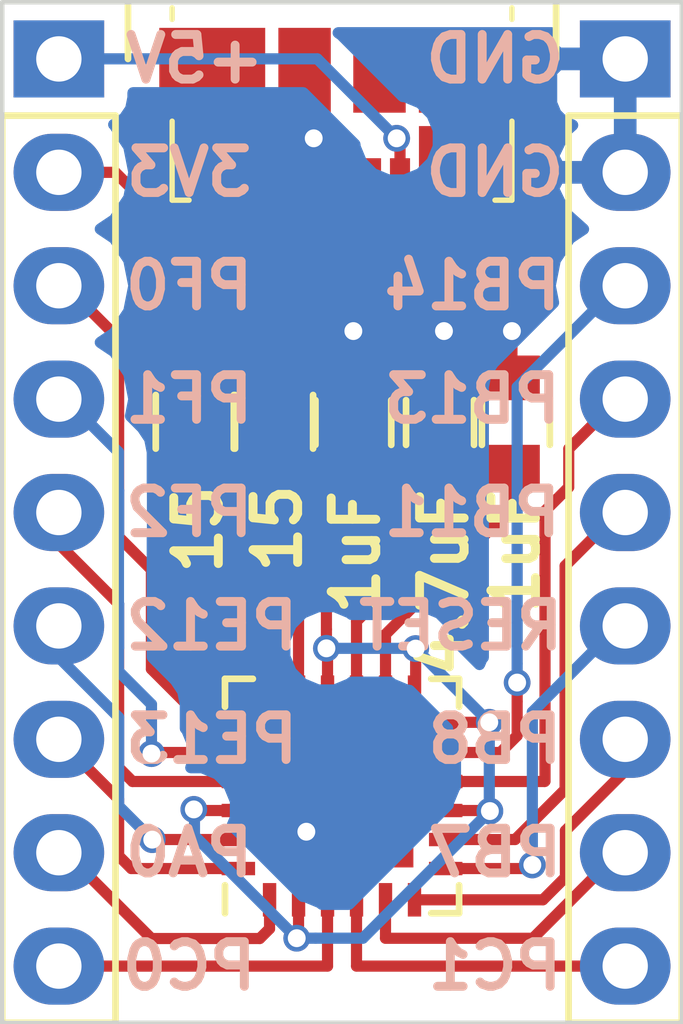
<source format=kicad_pcb>
(kicad_pcb (version 4) (host pcbnew 4.0.5+dfsg1-4)

  (general
    (links 38)
    (no_connects 3)
    (area 139.649999 96.469999 154.990001 119.430001)
    (thickness 1.6)
    (drawings 27)
    (tracks 200)
    (zones 0)
    (modules 9)
    (nets 24)
  )

  (page A4)
  (layers
    (0 F.Cu signal hide)
    (31 B.Cu signal hide)
    (32 B.Adhes user hide)
    (33 F.Adhes user hide)
    (34 B.Paste user hide)
    (35 F.Paste user hide)
    (36 B.SilkS user hide)
    (37 F.SilkS user)
    (38 B.Mask user hide)
    (39 F.Mask user hide)
    (40 Dwgs.User user hide)
    (41 Cmts.User user hide)
    (42 Eco1.User user hide)
    (43 Eco2.User user hide)
    (44 Edge.Cuts user)
    (45 Margin user hide)
    (46 B.CrtYd user hide)
    (47 F.CrtYd user hide)
    (48 B.Fab user hide)
    (49 F.Fab user hide)
  )

  (setup
    (last_trace_width 0.25)
    (trace_clearance 0.2)
    (zone_clearance 0.508)
    (zone_45_only no)
    (trace_min 0.2)
    (segment_width 0.2)
    (edge_width 0.1)
    (via_size 0.6)
    (via_drill 0.4)
    (via_min_size 0.4)
    (via_min_drill 0.3)
    (uvia_size 0.3)
    (uvia_drill 0.1)
    (uvias_allowed no)
    (uvia_min_size 0.2)
    (uvia_min_drill 0.1)
    (pcb_text_width 0.3)
    (pcb_text_size 1.5 1.5)
    (mod_edge_width 0.15)
    (mod_text_size 1 1)
    (mod_text_width 0.15)
    (pad_size 1.5 1.5)
    (pad_drill 0.6)
    (pad_to_mask_clearance 0)
    (aux_axis_origin 0 0)
    (visible_elements FFFFFF7F)
    (pcbplotparams
      (layerselection 0x00030_80000001)
      (usegerberextensions false)
      (excludeedgelayer true)
      (linewidth 0.100000)
      (plotframeref false)
      (viasonmask false)
      (mode 1)
      (useauxorigin false)
      (hpglpennumber 1)
      (hpglpenspeed 20)
      (hpglpendiameter 15)
      (hpglpenoverlay 2)
      (psnegative false)
      (psa4output false)
      (plotreference true)
      (plotvalue true)
      (plotinvisibletext false)
      (padsonsilk false)
      (subtractmaskfromsilk false)
      (outputformat 1)
      (mirror false)
      (drillshape 1)
      (scaleselection 1)
      (outputdirectory ""))
  )

  (net 0 "")
  (net 1 "Net-(C1-Pad1)")
  (net 2 GND)
  (net 3 +3V3)
  (net 4 +5V)
  (net 5 "Net-(P1-Pad3)")
  (net 6 "Net-(P1-Pad4)")
  (net 7 "Net-(P1-Pad5)")
  (net 8 "Net-(P1-Pad6)")
  (net 9 "Net-(P1-Pad7)")
  (net 10 "Net-(P1-Pad8)")
  (net 11 "Net-(P1-Pad9)")
  (net 12 "Net-(P2-Pad3)")
  (net 13 "Net-(P2-Pad4)")
  (net 14 "Net-(P2-Pad5)")
  (net 15 "Net-(P2-Pad6)")
  (net 16 "Net-(P2-Pad7)")
  (net 17 "Net-(P2-Pad8)")
  (net 18 "Net-(P2-Pad9)")
  (net 19 "Net-(P3-Pad2)")
  (net 20 "Net-(P3-Pad3)")
  (net 21 "Net-(P3-Pad5)")
  (net 22 "Net-(R1-Pad2)")
  (net 23 "Net-(R2-Pad2)")

  (net_class Default "This is the default net class."
    (clearance 0.2)
    (trace_width 0.25)
    (via_dia 0.6)
    (via_drill 0.4)
    (uvia_dia 0.3)
    (uvia_drill 0.1)
    (add_net +3V3)
    (add_net +5V)
    (add_net GND)
    (add_net "Net-(C1-Pad1)")
    (add_net "Net-(P1-Pad3)")
    (add_net "Net-(P1-Pad4)")
    (add_net "Net-(P1-Pad5)")
    (add_net "Net-(P1-Pad6)")
    (add_net "Net-(P1-Pad7)")
    (add_net "Net-(P1-Pad8)")
    (add_net "Net-(P1-Pad9)")
    (add_net "Net-(P2-Pad3)")
    (add_net "Net-(P2-Pad4)")
    (add_net "Net-(P2-Pad5)")
    (add_net "Net-(P2-Pad6)")
    (add_net "Net-(P2-Pad7)")
    (add_net "Net-(P2-Pad8)")
    (add_net "Net-(P2-Pad9)")
    (add_net "Net-(P3-Pad2)")
    (add_net "Net-(P3-Pad3)")
    (add_net "Net-(P3-Pad5)")
    (add_net "Net-(R1-Pad2)")
    (add_net "Net-(R2-Pad2)")
  )

  (module Housings_DFN_QFN:QFN-24-1EP_5x5mm_Pitch0.65mm (layer F.Cu) (tedit 54130A77) (tstamp 5A79F5FE)
    (at 147.32 114.3 90)
    (descr "UH Package; 24-Lead Plastic QFN (5mm x 5mm); (see Linear Technology (UH24) QFN 05-08-1747 Rev A.pdf)")
    (tags "QFN 0.65")
    (path /5A79B5EE)
    (attr smd)
    (fp_text reference U1 (at -0.038 -10.122 90) (layer F.SilkS)
      (effects (font (size 1 1) (thickness 0.15)))
    )
    (fp_text value EFM32HG309 (at 0 3.7 90) (layer F.Fab)
      (effects (font (size 1 1) (thickness 0.15)))
    )
    (fp_line (start -1.5 -2.5) (end 2.5 -2.5) (layer F.Fab) (width 0.15))
    (fp_line (start 2.5 -2.5) (end 2.5 2.5) (layer F.Fab) (width 0.15))
    (fp_line (start 2.5 2.5) (end -2.5 2.5) (layer F.Fab) (width 0.15))
    (fp_line (start -2.5 2.5) (end -2.5 -1.5) (layer F.Fab) (width 0.15))
    (fp_line (start -2.5 -1.5) (end -1.5 -2.5) (layer F.Fab) (width 0.15))
    (fp_line (start -2.95 -2.95) (end -2.95 2.95) (layer F.CrtYd) (width 0.05))
    (fp_line (start 2.95 -2.95) (end 2.95 2.95) (layer F.CrtYd) (width 0.05))
    (fp_line (start -2.95 -2.95) (end 2.95 -2.95) (layer F.CrtYd) (width 0.05))
    (fp_line (start -2.95 2.95) (end 2.95 2.95) (layer F.CrtYd) (width 0.05))
    (fp_line (start 2.625 -2.625) (end 2.625 -2) (layer F.SilkS) (width 0.15))
    (fp_line (start -2.625 2.625) (end -2.625 2) (layer F.SilkS) (width 0.15))
    (fp_line (start 2.625 2.625) (end 2.625 2) (layer F.SilkS) (width 0.15))
    (fp_line (start -2.625 -2.625) (end -2 -2.625) (layer F.SilkS) (width 0.15))
    (fp_line (start -2.625 2.625) (end -2 2.625) (layer F.SilkS) (width 0.15))
    (fp_line (start 2.625 2.625) (end 2 2.625) (layer F.SilkS) (width 0.15))
    (fp_line (start 2.625 -2.625) (end 2 -2.625) (layer F.SilkS) (width 0.15))
    (pad 1 smd rect (at -2.325 -1.625 90) (size 0.75 0.3) (layers F.Cu F.Paste F.Mask)
      (net 10 "Net-(P1-Pad8)"))
    (pad 2 smd rect (at -2.325 -0.975 90) (size 0.75 0.3) (layers F.Cu F.Paste F.Mask)
      (net 3 +3V3))
    (pad 3 smd rect (at -2.325 -0.325 90) (size 0.75 0.3) (layers F.Cu F.Paste F.Mask)
      (net 11 "Net-(P1-Pad9)"))
    (pad 4 smd rect (at -2.325 0.325 90) (size 0.75 0.3) (layers F.Cu F.Paste F.Mask)
      (net 18 "Net-(P2-Pad9)"))
    (pad 5 smd rect (at -2.325 0.975 90) (size 0.75 0.3) (layers F.Cu F.Paste F.Mask)
      (net 17 "Net-(P2-Pad8)"))
    (pad 6 smd rect (at -2.325 1.625 90) (size 0.75 0.3) (layers F.Cu F.Paste F.Mask)
      (net 16 "Net-(P2-Pad7)"))
    (pad 7 smd rect (at -1.625 2.325 180) (size 0.75 0.3) (layers F.Cu F.Paste F.Mask)
      (net 15 "Net-(P2-Pad6)"))
    (pad 8 smd rect (at -0.975 2.325 180) (size 0.75 0.3) (layers F.Cu F.Paste F.Mask)
      (net 14 "Net-(P2-Pad5)"))
    (pad 9 smd rect (at -0.325 2.325 180) (size 0.75 0.3) (layers F.Cu F.Paste F.Mask)
      (net 3 +3V3))
    (pad 10 smd rect (at 0.325 2.325 180) (size 0.75 0.3) (layers F.Cu F.Paste F.Mask)
      (net 13 "Net-(P2-Pad4)"))
    (pad 11 smd rect (at 0.975 2.325 180) (size 0.75 0.3) (layers F.Cu F.Paste F.Mask)
      (net 12 "Net-(P2-Pad3)"))
    (pad 12 smd rect (at 1.625 2.325 180) (size 0.75 0.3) (layers F.Cu F.Paste F.Mask)
      (net 3 +3V3))
    (pad 13 smd rect (at 2.325 1.625 90) (size 0.75 0.3) (layers F.Cu F.Paste F.Mask)
      (net 3 +3V3))
    (pad 14 smd rect (at 2.325 0.975 90) (size 0.75 0.3) (layers F.Cu F.Paste F.Mask)
      (net 1 "Net-(C1-Pad1)"))
    (pad 15 smd rect (at 2.325 0.325 90) (size 0.75 0.3) (layers F.Cu F.Paste F.Mask)
      (net 4 +5V))
    (pad 16 smd rect (at 2.325 -0.325 90) (size 0.75 0.3) (layers F.Cu F.Paste F.Mask)
      (net 3 +3V3))
    (pad 17 smd rect (at 2.325 -0.975 90) (size 0.75 0.3) (layers F.Cu F.Paste F.Mask)
      (net 22 "Net-(R1-Pad2)"))
    (pad 18 smd rect (at 2.325 -1.625 90) (size 0.75 0.3) (layers F.Cu F.Paste F.Mask)
      (net 23 "Net-(R2-Pad2)"))
    (pad 19 smd rect (at 1.625 -2.325 180) (size 0.75 0.3) (layers F.Cu F.Paste F.Mask)
      (net 5 "Net-(P1-Pad3)"))
    (pad 20 smd rect (at 0.975 -2.325 180) (size 0.75 0.3) (layers F.Cu F.Paste F.Mask)
      (net 6 "Net-(P1-Pad4)"))
    (pad 21 smd rect (at 0.325 -2.325 180) (size 0.75 0.3) (layers F.Cu F.Paste F.Mask)
      (net 7 "Net-(P1-Pad5)"))
    (pad 22 smd rect (at -0.325 -2.325 180) (size 0.75 0.3) (layers F.Cu F.Paste F.Mask)
      (net 3 +3V3))
    (pad 23 smd rect (at -0.975 -2.325 180) (size 0.75 0.3) (layers F.Cu F.Paste F.Mask)
      (net 8 "Net-(P1-Pad6)"))
    (pad 24 smd rect (at -1.625 -2.325 180) (size 0.75 0.3) (layers F.Cu F.Paste F.Mask)
      (net 9 "Net-(P1-Pad7)"))
    (pad 25 smd rect (at 0.8 0.8 90) (size 1.6 1.6) (layers F.Cu F.Paste F.Mask)
      (net 2 GND) (solder_paste_margin_ratio -0.2))
    (pad 25 smd rect (at 0.8 -0.8 90) (size 1.6 1.6) (layers F.Cu F.Paste F.Mask)
      (net 2 GND) (solder_paste_margin_ratio -0.2))
    (pad 25 smd rect (at -0.8 0.8 90) (size 1.6 1.6) (layers F.Cu F.Paste F.Mask)
      (net 2 GND) (solder_paste_margin_ratio -0.2))
    (pad 25 smd rect (at -0.8 -0.8 90) (size 1.6 1.6) (layers F.Cu F.Paste F.Mask)
      (net 2 GND) (solder_paste_margin_ratio -0.2))
    (model Housings_DFN_QFN.3dshapes/QFN-24-1EP_5x5mm_Pitch0.65mm.wrl
      (at (xyz 0 0 0))
      (scale (xyz 1 1 1))
      (rotate (xyz 0 0 0))
    )
  )

  (module Capacitors_SMD:C_0805 (layer F.Cu) (tedit 5415D6EA) (tstamp 5A79F53E)
    (at 151.13 105.934 90)
    (descr "Capacitor SMD 0805, reflow soldering, AVX (see smccp.pdf)")
    (tags "capacitor 0805")
    (path /5A79BCA8)
    (attr smd)
    (fp_text reference C1 (at -0.016 7.747 90) (layer F.SilkS)
      (effects (font (size 1 1) (thickness 0.15)))
    )
    (fp_text value 1uF (at 0 2.1 90) (layer F.Fab)
      (effects (font (size 1 1) (thickness 0.15)))
    )
    (fp_line (start -1 0.625) (end -1 -0.625) (layer F.Fab) (width 0.15))
    (fp_line (start 1 0.625) (end -1 0.625) (layer F.Fab) (width 0.15))
    (fp_line (start 1 -0.625) (end 1 0.625) (layer F.Fab) (width 0.15))
    (fp_line (start -1 -0.625) (end 1 -0.625) (layer F.Fab) (width 0.15))
    (fp_line (start -1.8 -1) (end 1.8 -1) (layer F.CrtYd) (width 0.05))
    (fp_line (start -1.8 1) (end 1.8 1) (layer F.CrtYd) (width 0.05))
    (fp_line (start -1.8 -1) (end -1.8 1) (layer F.CrtYd) (width 0.05))
    (fp_line (start 1.8 -1) (end 1.8 1) (layer F.CrtYd) (width 0.05))
    (fp_line (start 0.5 -0.85) (end -0.5 -0.85) (layer F.SilkS) (width 0.15))
    (fp_line (start -0.5 0.85) (end 0.5 0.85) (layer F.SilkS) (width 0.15))
    (pad 1 smd rect (at -1 0 90) (size 1 1.25) (layers F.Cu F.Paste F.Mask)
      (net 1 "Net-(C1-Pad1)"))
    (pad 2 smd rect (at 1 0 90) (size 1 1.25) (layers F.Cu F.Paste F.Mask)
      (net 2 GND))
    (model Capacitors_SMD.3dshapes/C_0805.wrl
      (at (xyz 0 0 0))
      (scale (xyz 1 1 1))
      (rotate (xyz 0 0 0))
    )
  )

  (module Capacitors_SMD:C_0805 (layer F.Cu) (tedit 5415D6EA) (tstamp 5A79F54E)
    (at 147.574 105.934 90)
    (descr "Capacitor SMD 0805, reflow soldering, AVX (see smccp.pdf)")
    (tags "capacitor 0805")
    (path /5A79BC32)
    (attr smd)
    (fp_text reference C2 (at 0.016 8.763 90) (layer F.SilkS)
      (effects (font (size 1 1) (thickness 0.15)))
    )
    (fp_text value 1uF (at 0 2.1 90) (layer F.Fab)
      (effects (font (size 1 1) (thickness 0.15)))
    )
    (fp_line (start -1 0.625) (end -1 -0.625) (layer F.Fab) (width 0.15))
    (fp_line (start 1 0.625) (end -1 0.625) (layer F.Fab) (width 0.15))
    (fp_line (start 1 -0.625) (end 1 0.625) (layer F.Fab) (width 0.15))
    (fp_line (start -1 -0.625) (end 1 -0.625) (layer F.Fab) (width 0.15))
    (fp_line (start -1.8 -1) (end 1.8 -1) (layer F.CrtYd) (width 0.05))
    (fp_line (start -1.8 1) (end 1.8 1) (layer F.CrtYd) (width 0.05))
    (fp_line (start -1.8 -1) (end -1.8 1) (layer F.CrtYd) (width 0.05))
    (fp_line (start 1.8 -1) (end 1.8 1) (layer F.CrtYd) (width 0.05))
    (fp_line (start 0.5 -0.85) (end -0.5 -0.85) (layer F.SilkS) (width 0.15))
    (fp_line (start -0.5 0.85) (end 0.5 0.85) (layer F.SilkS) (width 0.15))
    (pad 1 smd rect (at -1 0 90) (size 1 1.25) (layers F.Cu F.Paste F.Mask)
      (net 3 +3V3))
    (pad 2 smd rect (at 1 0 90) (size 1 1.25) (layers F.Cu F.Paste F.Mask)
      (net 2 GND))
    (model Capacitors_SMD.3dshapes/C_0805.wrl
      (at (xyz 0 0 0))
      (scale (xyz 1 1 1))
      (rotate (xyz 0 0 0))
    )
  )

  (module Capacitors_SMD:C_0805 (layer F.Cu) (tedit 5415D6EA) (tstamp 5A79F55E)
    (at 149.606 105.934 90)
    (descr "Capacitor SMD 0805, reflow soldering, AVX (see smccp.pdf)")
    (tags "capacitor 0805")
    (path /5A79BF4C)
    (attr smd)
    (fp_text reference C3 (at -0.016 7.874 90) (layer F.SilkS)
      (effects (font (size 1 1) (thickness 0.15)))
    )
    (fp_text value 4.7uF (at 0 2.1 90) (layer F.Fab)
      (effects (font (size 1 1) (thickness 0.15)))
    )
    (fp_line (start -1 0.625) (end -1 -0.625) (layer F.Fab) (width 0.15))
    (fp_line (start 1 0.625) (end -1 0.625) (layer F.Fab) (width 0.15))
    (fp_line (start 1 -0.625) (end 1 0.625) (layer F.Fab) (width 0.15))
    (fp_line (start -1 -0.625) (end 1 -0.625) (layer F.Fab) (width 0.15))
    (fp_line (start -1.8 -1) (end 1.8 -1) (layer F.CrtYd) (width 0.05))
    (fp_line (start -1.8 1) (end 1.8 1) (layer F.CrtYd) (width 0.05))
    (fp_line (start -1.8 -1) (end -1.8 1) (layer F.CrtYd) (width 0.05))
    (fp_line (start 1.8 -1) (end 1.8 1) (layer F.CrtYd) (width 0.05))
    (fp_line (start 0.5 -0.85) (end -0.5 -0.85) (layer F.SilkS) (width 0.15))
    (fp_line (start -0.5 0.85) (end 0.5 0.85) (layer F.SilkS) (width 0.15))
    (pad 1 smd rect (at -1 0 90) (size 1 1.25) (layers F.Cu F.Paste F.Mask)
      (net 4 +5V))
    (pad 2 smd rect (at 1 0 90) (size 1 1.25) (layers F.Cu F.Paste F.Mask)
      (net 2 GND))
    (model Capacitors_SMD.3dshapes/C_0805.wrl
      (at (xyz 0 0 0))
      (scale (xyz 1 1 1))
      (rotate (xyz 0 0 0))
    )
  )

  (module Pin_Headers:Pin_Header_Straight_1x09 (layer F.Cu) (tedit 0) (tstamp 5A79F576)
    (at 140.97 97.79)
    (descr "Through hole pin header")
    (tags "pin header")
    (path /5A79C357)
    (fp_text reference P1 (at 0 -2.54) (layer F.SilkS)
      (effects (font (size 1 1) (thickness 0.15)))
    )
    (fp_text value CONN_01X09 (at 0 -3.1) (layer F.Fab)
      (effects (font (size 1 1) (thickness 0.15)))
    )
    (fp_line (start -1.75 -1.75) (end -1.75 22.1) (layer F.CrtYd) (width 0.05))
    (fp_line (start 1.75 -1.75) (end 1.75 22.1) (layer F.CrtYd) (width 0.05))
    (fp_line (start -1.75 -1.75) (end 1.75 -1.75) (layer F.CrtYd) (width 0.05))
    (fp_line (start -1.75 22.1) (end 1.75 22.1) (layer F.CrtYd) (width 0.05))
    (fp_line (start 1.27 1.27) (end 1.27 21.59) (layer F.SilkS) (width 0.15))
    (fp_line (start 1.27 21.59) (end -1.27 21.59) (layer F.SilkS) (width 0.15))
    (fp_line (start -1.27 21.59) (end -1.27 1.27) (layer F.SilkS) (width 0.15))
    (fp_line (start 1.55 -1.55) (end 1.55 0) (layer F.SilkS) (width 0.15))
    (fp_line (start 1.27 1.27) (end -1.27 1.27) (layer F.SilkS) (width 0.15))
    (fp_line (start -1.55 0) (end -1.55 -1.55) (layer F.SilkS) (width 0.15))
    (fp_line (start -1.55 -1.55) (end 1.55 -1.55) (layer F.SilkS) (width 0.15))
    (pad 1 thru_hole rect (at 0 0) (size 2.032 1.7272) (drill 1.016) (layers *.Cu *.Mask)
      (net 4 +5V))
    (pad 2 thru_hole oval (at 0 2.54) (size 2.032 1.7272) (drill 1.016) (layers *.Cu *.Mask)
      (net 3 +3V3))
    (pad 3 thru_hole oval (at 0 5.08) (size 2.032 1.7272) (drill 1.016) (layers *.Cu *.Mask)
      (net 5 "Net-(P1-Pad3)"))
    (pad 4 thru_hole oval (at 0 7.62) (size 2.032 1.7272) (drill 1.016) (layers *.Cu *.Mask)
      (net 6 "Net-(P1-Pad4)"))
    (pad 5 thru_hole oval (at 0 10.16) (size 2.032 1.7272) (drill 1.016) (layers *.Cu *.Mask)
      (net 7 "Net-(P1-Pad5)"))
    (pad 6 thru_hole oval (at 0 12.7) (size 2.032 1.7272) (drill 1.016) (layers *.Cu *.Mask)
      (net 8 "Net-(P1-Pad6)"))
    (pad 7 thru_hole oval (at 0 15.24) (size 2.032 1.7272) (drill 1.016) (layers *.Cu *.Mask)
      (net 9 "Net-(P1-Pad7)"))
    (pad 8 thru_hole oval (at 0 17.78) (size 2.032 1.7272) (drill 1.016) (layers *.Cu *.Mask)
      (net 10 "Net-(P1-Pad8)"))
    (pad 9 thru_hole oval (at 0 20.32) (size 2.032 1.7272) (drill 1.016) (layers *.Cu *.Mask)
      (net 11 "Net-(P1-Pad9)"))
    (model Pin_Headers.3dshapes/Pin_Header_Straight_1x09.wrl
      (at (xyz 0 -0.4 0))
      (scale (xyz 1 1 1))
      (rotate (xyz 0 0 90))
    )
  )

  (module Pin_Headers:Pin_Header_Straight_1x09 (layer F.Cu) (tedit 0) (tstamp 5A79F58E)
    (at 153.67 97.79)
    (descr "Through hole pin header")
    (tags "pin header")
    (path /5A79C440)
    (fp_text reference P2 (at 0 -2.54) (layer F.SilkS)
      (effects (font (size 1 1) (thickness 0.15)))
    )
    (fp_text value CONN_01X09 (at 0 -3.1) (layer F.Fab)
      (effects (font (size 1 1) (thickness 0.15)))
    )
    (fp_line (start -1.75 -1.75) (end -1.75 22.1) (layer F.CrtYd) (width 0.05))
    (fp_line (start 1.75 -1.75) (end 1.75 22.1) (layer F.CrtYd) (width 0.05))
    (fp_line (start -1.75 -1.75) (end 1.75 -1.75) (layer F.CrtYd) (width 0.05))
    (fp_line (start -1.75 22.1) (end 1.75 22.1) (layer F.CrtYd) (width 0.05))
    (fp_line (start 1.27 1.27) (end 1.27 21.59) (layer F.SilkS) (width 0.15))
    (fp_line (start 1.27 21.59) (end -1.27 21.59) (layer F.SilkS) (width 0.15))
    (fp_line (start -1.27 21.59) (end -1.27 1.27) (layer F.SilkS) (width 0.15))
    (fp_line (start 1.55 -1.55) (end 1.55 0) (layer F.SilkS) (width 0.15))
    (fp_line (start 1.27 1.27) (end -1.27 1.27) (layer F.SilkS) (width 0.15))
    (fp_line (start -1.55 0) (end -1.55 -1.55) (layer F.SilkS) (width 0.15))
    (fp_line (start -1.55 -1.55) (end 1.55 -1.55) (layer F.SilkS) (width 0.15))
    (pad 1 thru_hole rect (at 0 0) (size 2.032 1.7272) (drill 1.016) (layers *.Cu *.Mask)
      (net 2 GND))
    (pad 2 thru_hole oval (at 0 2.54) (size 2.032 1.7272) (drill 1.016) (layers *.Cu *.Mask)
      (net 2 GND))
    (pad 3 thru_hole oval (at 0 5.08) (size 2.032 1.7272) (drill 1.016) (layers *.Cu *.Mask)
      (net 12 "Net-(P2-Pad3)"))
    (pad 4 thru_hole oval (at 0 7.62) (size 2.032 1.7272) (drill 1.016) (layers *.Cu *.Mask)
      (net 13 "Net-(P2-Pad4)"))
    (pad 5 thru_hole oval (at 0 10.16) (size 2.032 1.7272) (drill 1.016) (layers *.Cu *.Mask)
      (net 14 "Net-(P2-Pad5)"))
    (pad 6 thru_hole oval (at 0 12.7) (size 2.032 1.7272) (drill 1.016) (layers *.Cu *.Mask)
      (net 15 "Net-(P2-Pad6)"))
    (pad 7 thru_hole oval (at 0 15.24) (size 2.032 1.7272) (drill 1.016) (layers *.Cu *.Mask)
      (net 16 "Net-(P2-Pad7)"))
    (pad 8 thru_hole oval (at 0 17.78) (size 2.032 1.7272) (drill 1.016) (layers *.Cu *.Mask)
      (net 17 "Net-(P2-Pad8)"))
    (pad 9 thru_hole oval (at 0 20.32) (size 2.032 1.7272) (drill 1.016) (layers *.Cu *.Mask)
      (net 18 "Net-(P2-Pad9)"))
    (model Pin_Headers.3dshapes/Pin_Header_Straight_1x09.wrl
      (at (xyz 0 -0.4 0))
      (scale (xyz 1 1 1))
      (rotate (xyz 0 0 90))
    )
  )

  (module Connectors_USB:USB_Micro-B_Molex_47346-0001 (layer F.Cu) (tedit 594C50D0) (tstamp 5A79F5AE)
    (at 147.32 98.044 180)
    (descr "Micro USB B receptable with flange, bottom-mount, SMD, right-angle (http://www.molex.com/pdm_docs/sd/473460001_sd.pdf)")
    (tags "Micro B USB SMD")
    (path /5A79B6A8)
    (attr smd)
    (fp_text reference P3 (at 0 2.794 360) (layer F.SilkS)
      (effects (font (size 1 1) (thickness 0.15)))
    )
    (fp_text value USB_B (at 0 3.4 360) (layer F.Fab)
      (effects (font (size 1 1) (thickness 0.15)))
    )
    (fp_text user "PCB Edge" (at 0 1.47 360) (layer Dwgs.User)
      (effects (font (size 0.4 0.4) (thickness 0.04)))
    )
    (fp_text user %R (at 0 0 180) (layer F.Fab)
      (effects (font (size 1 1) (thickness 0.15)))
    )
    (fp_line (start 3.81 -2.91) (end 3.43 -2.91) (layer F.SilkS) (width 0.12))
    (fp_line (start 4.6 2.7) (end -4.6 2.7) (layer F.CrtYd) (width 0.05))
    (fp_line (start 4.6 -3.9) (end 4.6 2.7) (layer F.CrtYd) (width 0.05))
    (fp_line (start -4.6 -3.9) (end 4.6 -3.9) (layer F.CrtYd) (width 0.05))
    (fp_line (start -4.6 2.7) (end -4.6 -3.9) (layer F.CrtYd) (width 0.05))
    (fp_line (start 3.75 2.15) (end -3.75 2.15) (layer F.Fab) (width 0.1))
    (fp_line (start 3.75 -2.85) (end 3.75 2.15) (layer F.Fab) (width 0.1))
    (fp_line (start -3.75 -2.85) (end 3.75 -2.85) (layer F.Fab) (width 0.1))
    (fp_line (start -3.75 2.15) (end -3.75 -2.85) (layer F.Fab) (width 0.1))
    (fp_line (start 3.81 1.14) (end 3.81 1.4) (layer F.SilkS) (width 0.12))
    (fp_line (start 3.81 -2.91) (end 3.81 -1.14) (layer F.SilkS) (width 0.12))
    (fp_line (start -3.81 -2.91) (end -3.43 -2.91) (layer F.SilkS) (width 0.12))
    (fp_line (start -3.81 -1.14) (end -3.81 -2.91) (layer F.SilkS) (width 0.12))
    (fp_line (start -3.81 1.4) (end -3.81 1.14) (layer F.SilkS) (width 0.12))
    (fp_line (start -3.25 1.45) (end 3.25 1.45) (layer F.Fab) (width 0.1))
    (pad 1 smd rect (at -1.3 -2.66 180) (size 0.45 1.38) (layers F.Cu F.Paste F.Mask)
      (net 4 +5V))
    (pad 2 smd rect (at -0.65 -2.66 180) (size 0.45 1.38) (layers F.Cu F.Paste F.Mask)
      (net 19 "Net-(P3-Pad2)"))
    (pad 3 smd rect (at 0 -2.66 180) (size 0.45 1.38) (layers F.Cu F.Paste F.Mask)
      (net 20 "Net-(P3-Pad3)"))
    (pad 4 smd rect (at 0.65 -2.66 180) (size 0.45 1.38) (layers F.Cu F.Paste F.Mask)
      (net 2 GND))
    (pad 5 smd rect (at 1.3 -2.66 180) (size 0.45 1.38) (layers F.Cu F.Paste F.Mask)
      (net 21 "Net-(P3-Pad5)"))
    (pad 6 smd rect (at -2.4625 -2.3 180) (size 1.475 2.1) (layers F.Cu F.Paste F.Mask))
    (pad 6 smd rect (at 2.4625 -2.3 180) (size 1.475 2.1) (layers F.Cu F.Paste F.Mask))
    (pad 6 smd rect (at -2.91 0 180) (size 2.375 1.9) (layers F.Cu F.Paste F.Mask))
    (pad 6 smd rect (at 2.91 0 180) (size 2.375 1.9) (layers F.Cu F.Paste F.Mask))
    (pad 6 smd rect (at -0.84 0 180) (size 1.175 1.9) (layers F.Cu F.Paste F.Mask))
    (pad 6 smd rect (at 0.84 0 180) (size 1.175 1.9) (layers F.Cu F.Paste F.Mask))
    (model ${KISYS3DMOD}/Connectors_USB.3dshapes/USB_Micro-B_Molex_47346-0001.wrl
      (at (xyz 0 0 0))
      (scale (xyz 1 1 1))
      (rotate (xyz 0 0 0))
    )
  )

  (module Resistors_SMD:R_0805 (layer F.Cu) (tedit 58307B54) (tstamp 5A79F5BE)
    (at 145.796 105.918 270)
    (descr "Resistor SMD 0805, reflow soldering, Vishay (see dcrcw.pdf)")
    (tags "resistor 0805")
    (path /5A79B80C)
    (attr smd)
    (fp_text reference R1 (at 0.061 8.509 270) (layer F.SilkS)
      (effects (font (size 1 1) (thickness 0.15)))
    )
    (fp_text value 15 (at 0 2.1 270) (layer F.Fab)
      (effects (font (size 1 1) (thickness 0.15)))
    )
    (fp_line (start -1 0.625) (end -1 -0.625) (layer F.Fab) (width 0.1))
    (fp_line (start 1 0.625) (end -1 0.625) (layer F.Fab) (width 0.1))
    (fp_line (start 1 -0.625) (end 1 0.625) (layer F.Fab) (width 0.1))
    (fp_line (start -1 -0.625) (end 1 -0.625) (layer F.Fab) (width 0.1))
    (fp_line (start -1.6 -1) (end 1.6 -1) (layer F.CrtYd) (width 0.05))
    (fp_line (start -1.6 1) (end 1.6 1) (layer F.CrtYd) (width 0.05))
    (fp_line (start -1.6 -1) (end -1.6 1) (layer F.CrtYd) (width 0.05))
    (fp_line (start 1.6 -1) (end 1.6 1) (layer F.CrtYd) (width 0.05))
    (fp_line (start 0.6 0.875) (end -0.6 0.875) (layer F.SilkS) (width 0.15))
    (fp_line (start -0.6 -0.875) (end 0.6 -0.875) (layer F.SilkS) (width 0.15))
    (pad 1 smd rect (at -0.95 0 270) (size 0.7 1.3) (layers F.Cu F.Paste F.Mask)
      (net 19 "Net-(P3-Pad2)"))
    (pad 2 smd rect (at 0.95 0 270) (size 0.7 1.3) (layers F.Cu F.Paste F.Mask)
      (net 22 "Net-(R1-Pad2)"))
    (model Resistors_SMD.3dshapes/R_0805.wrl
      (at (xyz 0 0 0))
      (scale (xyz 1 1 1))
      (rotate (xyz 0 0 0))
    )
  )

  (module Resistors_SMD:R_0805 (layer F.Cu) (tedit 58307B54) (tstamp 5A79F5CE)
    (at 144.018 105.918 270)
    (descr "Resistor SMD 0805, reflow soldering, Vishay (see dcrcw.pdf)")
    (tags "resistor 0805")
    (path /5A79B89A)
    (attr smd)
    (fp_text reference R2 (at 0.066 8.255 270) (layer F.SilkS)
      (effects (font (size 1 1) (thickness 0.15)))
    )
    (fp_text value 15 (at 0 2.1 270) (layer F.Fab)
      (effects (font (size 1 1) (thickness 0.15)))
    )
    (fp_line (start -1 0.625) (end -1 -0.625) (layer F.Fab) (width 0.1))
    (fp_line (start 1 0.625) (end -1 0.625) (layer F.Fab) (width 0.1))
    (fp_line (start 1 -0.625) (end 1 0.625) (layer F.Fab) (width 0.1))
    (fp_line (start -1 -0.625) (end 1 -0.625) (layer F.Fab) (width 0.1))
    (fp_line (start -1.6 -1) (end 1.6 -1) (layer F.CrtYd) (width 0.05))
    (fp_line (start -1.6 1) (end 1.6 1) (layer F.CrtYd) (width 0.05))
    (fp_line (start -1.6 -1) (end -1.6 1) (layer F.CrtYd) (width 0.05))
    (fp_line (start 1.6 -1) (end 1.6 1) (layer F.CrtYd) (width 0.05))
    (fp_line (start 0.6 0.875) (end -0.6 0.875) (layer F.SilkS) (width 0.15))
    (fp_line (start -0.6 -0.875) (end 0.6 -0.875) (layer F.SilkS) (width 0.15))
    (pad 1 smd rect (at -0.95 0 270) (size 0.7 1.3) (layers F.Cu F.Paste F.Mask)
      (net 20 "Net-(P3-Pad3)"))
    (pad 2 smd rect (at 0.95 0 270) (size 0.7 1.3) (layers F.Cu F.Paste F.Mask)
      (net 23 "Net-(R2-Pad2)"))
    (model Resistors_SMD.3dshapes/R_0805.wrl
      (at (xyz 0 0 0))
      (scale (xyz 1 1 1))
      (rotate (xyz 0 0 0))
    )
  )

  (gr_text RESET (at 149.987 110.49) (layer B.SilkS)
    (effects (font (size 1 1) (thickness 0.2)) (justify mirror))
  )
  (gr_text PB14 (at 150.241 102.87) (layer B.SilkS)
    (effects (font (size 1 1) (thickness 0.2)) (justify mirror))
  )
  (gr_text PB13 (at 150.241 105.41) (layer B.SilkS)
    (effects (font (size 1 1) (thickness 0.2)) (justify mirror))
  )
  (gr_text PB11 (at 150.241 107.95) (layer B.SilkS)
    (effects (font (size 1 1) (thickness 0.2)) (justify mirror))
  )
  (gr_text PB8 (at 150.749 113.03) (layer B.SilkS)
    (effects (font (size 1 1) (thickness 0.2)) (justify mirror))
  )
  (gr_text PB7 (at 150.749 115.57) (layer B.SilkS)
    (effects (font (size 1 1) (thickness 0.2)) (justify mirror))
  )
  (gr_text PC1 (at 150.749 118.11) (layer B.SilkS)
    (effects (font (size 1 1) (thickness 0.2)) (justify mirror))
  )
  (gr_text PC0 (at 143.891 118.11) (layer B.SilkS)
    (effects (font (size 1 1) (thickness 0.2)) (justify mirror))
  )
  (gr_text PA0 (at 143.891 115.57) (layer B.SilkS)
    (effects (font (size 1 1) (thickness 0.2)) (justify mirror))
  )
  (gr_text PE13 (at 144.399 113.03) (layer B.SilkS)
    (effects (font (size 1 1) (thickness 0.2)) (justify mirror))
  )
  (gr_text PE12 (at 144.399 110.49) (layer B.SilkS)
    (effects (font (size 1 1) (thickness 0.2)) (justify mirror))
  )
  (gr_text PF2 (at 143.891 107.95) (layer B.SilkS)
    (effects (font (size 1 1) (thickness 0.2)) (justify mirror))
  )
  (gr_text PF1 (at 143.891 105.41) (layer B.SilkS)
    (effects (font (size 1 1) (thickness 0.2)) (justify mirror))
  )
  (gr_text PF0 (at 143.891 102.87) (layer B.SilkS)
    (effects (font (size 1 1) (thickness 0.2)) (justify mirror))
  )
  (gr_text 3V3 (at 143.891 100.33) (layer B.SilkS)
    (effects (font (size 1 1) (thickness 0.2)) (justify mirror))
  )
  (gr_text GND (at 150.749 100.33) (layer B.SilkS)
    (effects (font (size 1 1) (thickness 0.2)) (justify mirror))
  )
  (gr_text GND (at 150.749 97.79) (layer B.SilkS)
    (effects (font (size 1 1) (thickness 0.2)) (justify mirror))
  )
  (gr_text +5V (at 144.018 97.79) (layer B.SilkS)
    (effects (font (size 1 1) (thickness 0.2)) (justify mirror))
  )
  (gr_text 1uF (at 151.2062 108.8136 90) (layer F.SilkS)
    (effects (font (size 1 1) (thickness 0.2)))
  )
  (gr_text 1uF (at 147.6248 108.839 90) (layer F.SilkS)
    (effects (font (size 1 1) (thickness 0.2)))
  )
  (gr_text 4.7uF (at 149.606 109.5248 90) (layer F.SilkS)
    (effects (font (size 1 1) (thickness 0.2)))
  )
  (gr_text 15 (at 145.8722 108.3056 90) (layer F.SilkS)
    (effects (font (size 1 1) (thickness 0.2)))
  )
  (gr_text 15 (at 144.0942 108.331 90) (layer F.SilkS)
    (effects (font (size 1 1) (thickness 0.2)))
  )
  (gr_line (start 154.94 96.52) (end 139.7 96.52) (layer Edge.Cuts) (width 0.1))
  (gr_line (start 154.94 119.38) (end 154.94 96.52) (layer Edge.Cuts) (width 0.1))
  (gr_line (start 139.7 119.38) (end 154.94 119.38) (layer Edge.Cuts) (width 0.1))
  (gr_line (start 139.7 96.52) (end 139.7 119.38) (layer Edge.Cuts) (width 0.1))

  (segment (start 148.295 111.975) (end 148.295 110.679093) (width 0.25) (layer F.Cu) (net 1))
  (segment (start 151.13 107.844093) (end 151.13 107.684) (width 0.25) (layer F.Cu) (net 1))
  (segment (start 148.295 110.679093) (end 151.13 107.844093) (width 0.25) (layer F.Cu) (net 1))
  (segment (start 151.13 107.684) (end 151.13 106.934) (width 0.25) (layer F.Cu) (net 1))
  (segment (start 147.574 104.934) (end 147.574 103.886) (width 0.25) (layer F.Cu) (net 2))
  (via (at 147.574 103.886) (size 0.6) (drill 0.4) (layers F.Cu B.Cu) (net 2))
  (via (at 146.52 115.1) (size 0.6) (drill 0.4) (layers F.Cu B.Cu) (net 2))
  (segment (start 151.13 104.934) (end 151.13 103.886) (width 0.25) (layer F.Cu) (net 2))
  (via (at 151.13 103.886) (size 0.6) (drill 0.4) (layers F.Cu B.Cu) (net 2))
  (segment (start 149.606 104.934) (end 149.606 103.886) (width 0.25) (layer F.Cu) (net 2))
  (via (at 149.606 103.886) (size 0.6) (drill 0.4) (layers F.Cu B.Cu) (net 2))
  (segment (start 146.67 100.704) (end 146.67 99.583) (width 0.25) (layer F.Cu) (net 2))
  (segment (start 146.67 99.583) (end 146.685 99.568) (width 0.25) (layer F.Cu) (net 2))
  (via (at 146.685 99.568) (size 0.6) (drill 0.4) (layers F.Cu B.Cu) (net 2))
  (segment (start 146.304 117.48499) (end 144.011067 115.192057) (width 0.25) (layer B.Cu) (net 3))
  (segment (start 144.011067 115.192057) (end 144.011067 114.615049) (width 0.25) (layer B.Cu) (net 3))
  (segment (start 144.011067 114.615049) (end 143.996028 114.60001) (width 0.25) (layer B.Cu) (net 3))
  (segment (start 144.021018 114.625) (end 143.996028 114.60001) (width 0.25) (layer F.Cu) (net 3))
  (segment (start 144.995 114.625) (end 144.021018 114.625) (width 0.25) (layer F.Cu) (net 3))
  (via (at 143.996028 114.60001) (size 0.6) (drill 0.4) (layers F.Cu B.Cu) (net 3))
  (segment (start 150.635892 114.637352) (end 147.788254 117.48499) (width 0.25) (layer B.Cu) (net 3))
  (segment (start 147.788254 117.48499) (end 146.728264 117.48499) (width 0.25) (layer B.Cu) (net 3))
  (segment (start 146.728264 117.48499) (end 146.304 117.48499) (width 0.25) (layer B.Cu) (net 3))
  (segment (start 148.971 110.998) (end 150.622 112.649) (width 0.25) (layer B.Cu) (net 3))
  (segment (start 148.971 110.998) (end 148.971 111.949) (width 0.25) (layer F.Cu) (net 3))
  (segment (start 148.971 111.949) (end 148.945 111.975) (width 0.25) (layer F.Cu) (net 3))
  (segment (start 146.97001 110.99222) (end 148.96522 110.99222) (width 0.25) (layer B.Cu) (net 3))
  (segment (start 148.96522 110.99222) (end 148.971 110.998) (width 0.25) (layer B.Cu) (net 3))
  (via (at 148.971 110.998) (size 0.6) (drill 0.4) (layers F.Cu B.Cu) (net 3))
  (segment (start 146.97001 108.28799) (end 146.97001 110.567956) (width 0.25) (layer F.Cu) (net 3))
  (segment (start 147.574 107.684) (end 146.97001 108.28799) (width 0.25) (layer F.Cu) (net 3))
  (segment (start 147.574 106.934) (end 147.574 107.684) (width 0.25) (layer F.Cu) (net 3))
  (segment (start 146.97001 110.567956) (end 146.97001 110.99222) (width 0.25) (layer F.Cu) (net 3))
  (via (at 146.97001 110.99222) (size 0.6) (drill 0.4) (layers F.Cu B.Cu) (net 3))
  (segment (start 146.345 116.625) (end 146.345 117.44399) (width 0.25) (layer F.Cu) (net 3))
  (segment (start 146.345 117.44399) (end 146.304 117.48499) (width 0.25) (layer F.Cu) (net 3))
  (via (at 146.304 117.48499) (size 0.6) (drill 0.4) (layers F.Cu B.Cu) (net 3))
  (segment (start 146.995 111.01721) (end 146.97001 110.99222) (width 0.25) (layer F.Cu) (net 3))
  (segment (start 146.995 111.975) (end 146.995 111.01721) (width 0.25) (layer F.Cu) (net 3))
  (segment (start 150.622 114.62346) (end 150.635892 114.637352) (width 0.25) (layer B.Cu) (net 3))
  (segment (start 150.622 112.649) (end 150.622 114.62346) (width 0.25) (layer B.Cu) (net 3))
  (segment (start 150.62354 114.625) (end 150.635892 114.637352) (width 0.25) (layer F.Cu) (net 3))
  (segment (start 149.645 114.625) (end 150.62354 114.625) (width 0.25) (layer F.Cu) (net 3))
  (via (at 150.635892 114.637352) (size 0.6) (drill 0.4) (layers F.Cu B.Cu) (net 3))
  (segment (start 150.622 112.649) (end 149.671 112.649) (width 0.25) (layer F.Cu) (net 3))
  (segment (start 149.671 112.649) (end 149.645 112.675) (width 0.25) (layer F.Cu) (net 3))
  (via (at 150.622 112.649) (size 0.6) (drill 0.4) (layers F.Cu B.Cu) (net 3))
  (segment (start 140.97 100.33) (end 142.236 100.33) (width 0.25) (layer F.Cu) (net 3))
  (segment (start 142.236 100.33) (end 143.042999 101.136999) (width 0.25) (layer F.Cu) (net 3))
  (segment (start 143.042999 101.136999) (end 143.042999 105.578001) (width 0.25) (layer F.Cu) (net 3))
  (segment (start 143.042999 105.578001) (end 143.409241 105.944243) (width 0.25) (layer F.Cu) (net 3))
  (segment (start 143.409241 105.944243) (end 146.459243 105.944243) (width 0.25) (layer F.Cu) (net 3))
  (segment (start 146.459243 105.944243) (end 147.449 106.934) (width 0.25) (layer F.Cu) (net 3))
  (segment (start 147.449 106.934) (end 147.574 106.934) (width 0.25) (layer F.Cu) (net 3))
  (segment (start 140.97 100.33) (end 141.1224 100.33) (width 0.25) (layer F.Cu) (net 3))
  (segment (start 140.97 100.33) (end 141.1224 100.33) (width 0.25) (layer B.Cu) (net 3))
  (segment (start 148.62 106.934) (end 148.62 109.411204) (width 0.25) (layer F.Cu) (net 4))
  (segment (start 148.62 109.411204) (end 147.645 110.386204) (width 0.25) (layer F.Cu) (net 4))
  (segment (start 147.645 110.386204) (end 147.645 111.975) (width 0.25) (layer F.Cu) (net 4))
  (segment (start 148.62 100.704) (end 148.62 106.934) (width 0.25) (layer F.Cu) (net 4))
  (segment (start 149.606 106.934) (end 148.62 106.934) (width 0.25) (layer F.Cu) (net 4))
  (segment (start 149.481 106.934) (end 149.606 106.934) (width 0.25) (layer F.Cu) (net 4))
  (segment (start 148.544998 99.568) (end 146.764891 97.787893) (width 0.25) (layer B.Cu) (net 4))
  (segment (start 146.764891 97.787893) (end 140.972107 97.787893) (width 0.25) (layer B.Cu) (net 4))
  (segment (start 140.972107 97.787893) (end 140.97 97.79) (width 0.25) (layer B.Cu) (net 4))
  (segment (start 148.62 100.704) (end 148.62 99.643002) (width 0.25) (layer F.Cu) (net 4))
  (segment (start 148.62 99.643002) (end 148.544998 99.568) (width 0.25) (layer F.Cu) (net 4))
  (via (at 148.544998 99.568) (size 0.6) (drill 0.4) (layers F.Cu B.Cu) (net 4))
  (segment (start 141.1224 97.79) (end 140.97 97.79) (width 0.25) (layer B.Cu) (net 4))
  (segment (start 144.995 112.675) (end 144.263908 112.675) (width 0.25) (layer F.Cu) (net 5))
  (segment (start 144.263908 112.675) (end 143.044776 111.455868) (width 0.25) (layer F.Cu) (net 5))
  (segment (start 142.310888 108.44246) (end 142.31101 108.442338) (width 0.25) (layer F.Cu) (net 5))
  (segment (start 143.044776 111.455868) (end 143.044776 109.229438) (width 0.25) (layer F.Cu) (net 5))
  (segment (start 142.310888 104.058488) (end 141.1224 102.87) (width 0.25) (layer F.Cu) (net 5))
  (segment (start 143.044776 109.229438) (end 142.310888 108.49555) (width 0.25) (layer F.Cu) (net 5))
  (segment (start 142.310888 108.49555) (end 142.310888 108.44246) (width 0.25) (layer F.Cu) (net 5))
  (segment (start 142.31101 108.442338) (end 142.31101 107.457662) (width 0.25) (layer F.Cu) (net 5))
  (segment (start 142.31101 107.457662) (end 142.310888 107.45754) (width 0.25) (layer F.Cu) (net 5))
  (segment (start 142.310888 104.91754) (end 142.310888 104.058488) (width 0.25) (layer F.Cu) (net 5))
  (segment (start 142.310888 107.45754) (end 142.310888 105.90246) (width 0.25) (layer F.Cu) (net 5))
  (segment (start 142.310888 105.90246) (end 142.31101 105.902338) (width 0.25) (layer F.Cu) (net 5))
  (segment (start 142.31101 105.902338) (end 142.31101 104.917662) (width 0.25) (layer F.Cu) (net 5))
  (segment (start 142.31101 104.917662) (end 142.310888 104.91754) (width 0.25) (layer F.Cu) (net 5))
  (segment (start 141.1224 102.87) (end 140.97 102.87) (width 0.25) (layer F.Cu) (net 5))
  (segment (start 144.995 112.675) (end 144.77 112.675) (width 0.25) (layer F.Cu) (net 5))
  (segment (start 141.1224 102.87) (end 140.97 102.87) (width 0.25) (layer B.Cu) (net 5))
  (segment (start 140.97 103.086147) (end 140.97 102.87) (width 0.25) (layer B.Cu) (net 5))
  (segment (start 140.97 105.41) (end 141.1224 105.41) (width 0.25) (layer B.Cu) (net 6))
  (segment (start 141.1224 105.41) (end 142.306294 106.593894) (width 0.25) (layer B.Cu) (net 6))
  (segment (start 142.306294 109.992946) (end 142.31101 109.997662) (width 0.25) (layer B.Cu) (net 6))
  (segment (start 142.31101 109.997662) (end 142.31101 110.982338) (width 0.25) (layer B.Cu) (net 6))
  (segment (start 142.306294 106.593894) (end 142.306294 107.452946) (width 0.25) (layer B.Cu) (net 6))
  (segment (start 142.31101 110.982338) (end 142.306294 110.987054) (width 0.25) (layer B.Cu) (net 6))
  (segment (start 142.306294 107.452946) (end 142.31101 107.457662) (width 0.25) (layer B.Cu) (net 6))
  (segment (start 142.31101 107.457662) (end 142.31101 108.442338) (width 0.25) (layer B.Cu) (net 6))
  (segment (start 142.306294 110.987054) (end 142.306294 111.505809) (width 0.25) (layer B.Cu) (net 6))
  (segment (start 142.306294 111.505809) (end 143.047181 112.246696) (width 0.25) (layer B.Cu) (net 6))
  (segment (start 142.31101 108.442338) (end 142.306294 108.447054) (width 0.25) (layer B.Cu) (net 6))
  (segment (start 142.306294 108.447054) (end 142.306294 109.992946) (width 0.25) (layer B.Cu) (net 6))
  (segment (start 143.047181 112.246696) (end 143.047181 112.351261) (width 0.25) (layer B.Cu) (net 6))
  (segment (start 143.047181 112.351261) (end 143.047181 113.34999) (width 0.25) (layer B.Cu) (net 6))
  (segment (start 143.072171 113.325) (end 143.047181 113.34999) (width 0.25) (layer F.Cu) (net 6))
  (segment (start 144.995 113.325) (end 143.072171 113.325) (width 0.25) (layer F.Cu) (net 6))
  (via (at 143.047181 113.34999) (size 0.6) (drill 0.4) (layers F.Cu B.Cu) (net 6))
  (segment (start 141.1224 105.41) (end 140.97 105.41) (width 0.25) (layer F.Cu) (net 6))
  (segment (start 144.995 113.975) (end 142.621951 113.975) (width 0.25) (layer F.Cu) (net 7))
  (segment (start 142.621951 113.975) (end 142.31101 113.664059) (width 0.25) (layer F.Cu) (net 7))
  (segment (start 142.31101 109.997662) (end 140.97 108.656652) (width 0.25) (layer F.Cu) (net 7))
  (segment (start 142.31101 113.664059) (end 142.31101 109.997662) (width 0.25) (layer F.Cu) (net 7))
  (segment (start 140.97 108.656652) (end 140.97 107.95) (width 0.25) (layer F.Cu) (net 7))
  (segment (start 141.1224 107.95) (end 140.97 107.95) (width 0.25) (layer F.Cu) (net 7))
  (segment (start 141.1224 107.95) (end 140.97 107.95) (width 0.25) (layer B.Cu) (net 7))
  (segment (start 142.31101 114.524462) (end 142.764026 114.977478) (width 0.25) (layer B.Cu) (net 8))
  (segment (start 140.97 110.49) (end 140.97 111.196652) (width 0.25) (layer B.Cu) (net 8))
  (segment (start 140.97 111.196652) (end 142.31101 112.537662) (width 0.25) (layer B.Cu) (net 8))
  (segment (start 142.31101 112.537662) (end 142.31101 114.524462) (width 0.25) (layer B.Cu) (net 8))
  (segment (start 142.764026 114.977478) (end 143.064025 115.277477) (width 0.25) (layer B.Cu) (net 8))
  (segment (start 143.066502 115.275) (end 143.064025 115.277477) (width 0.25) (layer F.Cu) (net 8))
  (segment (start 144.995 115.275) (end 143.066502 115.275) (width 0.25) (layer F.Cu) (net 8))
  (via (at 143.064025 115.277477) (size 0.6) (drill 0.4) (layers F.Cu B.Cu) (net 8))
  (segment (start 140.97 111.129233) (end 140.97 110.49) (width 0.25) (layer F.Cu) (net 8))
  (segment (start 144.995 115.925) (end 142.595 115.925) (width 0.25) (layer F.Cu) (net 9))
  (segment (start 142.595 115.925) (end 142.31101 115.64101) (width 0.25) (layer F.Cu) (net 9))
  (segment (start 142.31101 115.64101) (end 142.31101 114.37101) (width 0.25) (layer F.Cu) (net 9))
  (segment (start 142.31101 114.37101) (end 140.97 113.03) (width 0.25) (layer F.Cu) (net 9))
  (segment (start 141.224 113.03) (end 140.97 113.03) (width 0.25) (layer F.Cu) (net 9))
  (segment (start 145.695 116.625) (end 145.695 117.272618) (width 0.25) (layer F.Cu) (net 10))
  (segment (start 145.695 117.272618) (end 145.475649 117.491969) (width 0.25) (layer F.Cu) (net 10))
  (segment (start 145.475649 117.491969) (end 143.044369 117.491969) (width 0.25) (layer F.Cu) (net 10))
  (segment (start 143.044369 117.491969) (end 141.1224 115.57) (width 0.25) (layer F.Cu) (net 10))
  (segment (start 141.1224 115.57) (end 140.97 115.57) (width 0.25) (layer F.Cu) (net 10))
  (segment (start 140.978783 115.578783) (end 140.97 115.57) (width 0.25) (layer F.Cu) (net 10))
  (segment (start 146.995 116.625) (end 146.995 118.11) (width 0.25) (layer F.Cu) (net 11))
  (segment (start 146.995 118.11) (end 142.236 118.11) (width 0.25) (layer F.Cu) (net 11))
  (segment (start 142.236 118.11) (end 140.97 118.11) (width 0.25) (layer F.Cu) (net 11))
  (segment (start 149.645 113.325) (end 150.871002 113.325) (width 0.25) (layer F.Cu) (net 12))
  (segment (start 151.24701 111.33508) (end 151.24701 111.759344) (width 0.25) (layer B.Cu) (net 12))
  (segment (start 150.871002 113.325) (end 151.24701 112.948992) (width 0.25) (layer F.Cu) (net 12))
  (segment (start 151.24701 112.183608) (end 151.24701 111.759344) (width 0.25) (layer F.Cu) (net 12))
  (segment (start 151.24701 105.14059) (end 151.24701 111.33508) (width 0.25) (layer B.Cu) (net 12))
  (segment (start 153.5176 102.87) (end 151.24701 105.14059) (width 0.25) (layer B.Cu) (net 12))
  (segment (start 153.67 102.87) (end 153.5176 102.87) (width 0.25) (layer B.Cu) (net 12))
  (via (at 151.24701 111.759344) (size 0.6) (drill 0.4) (layers F.Cu B.Cu) (net 12))
  (segment (start 151.24701 112.948992) (end 151.24701 112.183608) (width 0.25) (layer F.Cu) (net 12))
  (segment (start 153.67 102.87) (end 153.67 102.893628) (width 0.25) (layer B.Cu) (net 12))
  (segment (start 153.5176 105.41) (end 153.67 105.41) (width 0.25) (layer F.Cu) (net 13))
  (segment (start 152.404 106.5236) (end 153.5176 105.41) (width 0.25) (layer F.Cu) (net 13))
  (segment (start 151.872012 107.91464) (end 152.404 107.382652) (width 0.25) (layer F.Cu) (net 13))
  (segment (start 151.864037 113.975) (end 151.872012 113.967025) (width 0.25) (layer F.Cu) (net 13))
  (segment (start 151.872012 113.967025) (end 151.872012 107.91464) (width 0.25) (layer F.Cu) (net 13))
  (segment (start 149.645 113.975) (end 151.864037 113.975) (width 0.25) (layer F.Cu) (net 13))
  (segment (start 152.404 107.382652) (end 152.404 106.5236) (width 0.25) (layer F.Cu) (net 13))
  (segment (start 153.8224 105.41) (end 153.67 105.41) (width 0.25) (layer F.Cu) (net 13))
  (segment (start 153.67 105.41) (end 153.5176 105.41) (width 0.25) (layer B.Cu) (net 13))
  (segment (start 149.645 115.275) (end 151.201088 115.275) (width 0.25) (layer F.Cu) (net 14))
  (segment (start 151.201088 115.275) (end 152.322023 114.154065) (width 0.25) (layer F.Cu) (net 14))
  (segment (start 152.322023 114.154065) (end 152.322023 109.145577) (width 0.25) (layer F.Cu) (net 14))
  (segment (start 153.5176 107.95) (end 153.67 107.95) (width 0.25) (layer F.Cu) (net 14))
  (segment (start 152.322023 109.145577) (end 153.5176 107.95) (width 0.25) (layer F.Cu) (net 14))
  (segment (start 153.67 107.95) (end 153.5176 107.95) (width 0.25) (layer B.Cu) (net 14))
  (segment (start 153.67 107.95) (end 153.8224 107.95) (width 0.25) (layer B.Cu) (net 14))
  (segment (start 149.645 115.925) (end 151.506833 115.925) (width 0.25) (layer F.Cu) (net 15))
  (segment (start 151.587583 115.419986) (end 151.587583 115.84425) (width 0.25) (layer B.Cu) (net 15))
  (segment (start 151.587583 112.420017) (end 151.587583 115.419986) (width 0.25) (layer B.Cu) (net 15))
  (segment (start 153.67 110.49) (end 153.5176 110.49) (width 0.25) (layer B.Cu) (net 15))
  (segment (start 151.506833 115.925) (end 151.587583 115.84425) (width 0.25) (layer F.Cu) (net 15))
  (segment (start 153.5176 110.49) (end 151.587583 112.420017) (width 0.25) (layer B.Cu) (net 15))
  (via (at 151.587583 115.84425) (size 0.6) (drill 0.4) (layers F.Cu B.Cu) (net 15))
  (segment (start 153.5176 110.49) (end 153.67 110.49) (width 0.25) (layer F.Cu) (net 15))
  (segment (start 153.67 111.196652) (end 153.67 110.49) (width 0.25) (layer F.Cu) (net 15))
  (segment (start 152.32899 115.077662) (end 153.67 113.736652) (width 0.25) (layer F.Cu) (net 16))
  (segment (start 152.32899 116.120726) (end 152.32899 115.077662) (width 0.25) (layer F.Cu) (net 16))
  (segment (start 153.67 113.736652) (end 153.67 113.03) (width 0.25) (layer F.Cu) (net 16))
  (segment (start 148.945 116.625) (end 151.824716 116.625) (width 0.25) (layer F.Cu) (net 16))
  (segment (start 151.824716 116.625) (end 152.32899 116.120726) (width 0.25) (layer F.Cu) (net 16))
  (segment (start 148.295 116.625) (end 148.295 117.486495) (width 0.25) (layer F.Cu) (net 17))
  (segment (start 148.295 117.486495) (end 151.601105 117.486495) (width 0.25) (layer F.Cu) (net 17))
  (segment (start 151.601105 117.486495) (end 153.5176 115.57) (width 0.25) (layer F.Cu) (net 17))
  (segment (start 153.5176 115.57) (end 153.67 115.57) (width 0.25) (layer F.Cu) (net 17))
  (segment (start 147.645 116.625) (end 147.645 118.11) (width 0.25) (layer F.Cu) (net 18))
  (segment (start 147.645 118.11) (end 152.404 118.11) (width 0.25) (layer F.Cu) (net 18))
  (segment (start 152.404 118.11) (end 153.67 118.11) (width 0.25) (layer F.Cu) (net 18))
  (segment (start 153.5176 118.11) (end 153.67 118.11) (width 0.25) (layer F.Cu) (net 18))
  (segment (start 145.796 104.968) (end 145.796 104.038586) (width 0.25) (layer F.Cu) (net 19))
  (segment (start 145.796 104.038586) (end 147.97 101.864586) (width 0.25) (layer F.Cu) (net 19))
  (segment (start 147.97 101.864586) (end 147.97 101.644) (width 0.25) (layer F.Cu) (net 19))
  (segment (start 147.97 101.644) (end 147.97 100.704) (width 0.25) (layer F.Cu) (net 19))
  (segment (start 147.97 100.924) (end 147.97 100.704) (width 0.25) (layer F.Cu) (net 19))
  (segment (start 144.018 104.968) (end 144.201627 104.968) (width 0.25) (layer F.Cu) (net 20))
  (segment (start 144.201627 104.968) (end 147.32 101.849627) (width 0.25) (layer F.Cu) (net 20))
  (segment (start 147.32 101.849627) (end 147.32 101.644) (width 0.25) (layer F.Cu) (net 20))
  (segment (start 147.32 101.644) (end 147.32 100.704) (width 0.25) (layer F.Cu) (net 20))
  (segment (start 146.345 111.975) (end 146.345 108.2929) (width 0.25) (layer F.Cu) (net 22))
  (segment (start 146.345 108.2929) (end 145.796 107.7439) (width 0.25) (layer F.Cu) (net 22))
  (segment (start 145.796 107.7439) (end 145.796 107.468) (width 0.25) (layer F.Cu) (net 22))
  (segment (start 145.796 107.468) (end 145.796 106.868) (width 0.25) (layer F.Cu) (net 22))
  (segment (start 145.695 111.975) (end 145.695 111.253853) (width 0.25) (layer F.Cu) (net 23))
  (segment (start 145.695 111.253853) (end 144.018 109.576853) (width 0.25) (layer F.Cu) (net 23))
  (segment (start 144.018 107.468) (end 144.018 106.868) (width 0.25) (layer F.Cu) (net 23))
  (segment (start 144.018 109.576853) (end 144.018 107.468) (width 0.25) (layer F.Cu) (net 23))

  (zone (net 2) (net_name GND) (layer B.Cu) (tstamp 0) (hatch edge 0.508)
    (connect_pads (clearance 0.508))
    (min_thickness 0.254)
    (fill yes (arc_segments 16) (thermal_gap 0.508) (thermal_bridge_width 0.508))
    (polygon
      (pts
        (xy 139.7 96.52) (xy 139.7 119.38) (xy 154.94 119.38) (xy 154.94 96.52)
      )
    )
    (filled_polygon
      (pts
        (xy 152.019 97.50425) (xy 152.17775 97.663) (xy 153.543 97.663) (xy 153.543 97.643) (xy 153.797 97.643)
        (xy 153.797 97.663) (xy 153.817 97.663) (xy 153.817 97.917) (xy 153.797 97.917) (xy 153.797 100.203)
        (xy 153.817 100.203) (xy 153.817 100.457) (xy 153.797 100.457) (xy 153.797 100.477) (xy 153.543 100.477)
        (xy 153.543 100.457) (xy 152.183783 100.457) (xy 152.062642 100.689026) (xy 152.065291 100.704791) (xy 152.319268 101.232036)
        (xy 152.735069 101.603539) (xy 152.425585 101.81033) (xy 152.100729 102.296511) (xy 151.986655 102.87) (xy 152.062334 103.250464)
        (xy 150.709609 104.603189) (xy 150.544862 104.849751) (xy 150.48701 105.14059) (xy 150.48701 111.196881) (xy 150.454818 111.229017)
        (xy 150.402592 111.35479) (xy 149.906122 110.85832) (xy 149.906162 110.812833) (xy 149.764117 110.469057) (xy 149.501327 110.205808)
        (xy 149.157799 110.063162) (xy 148.785833 110.062838) (xy 148.442057 110.204883) (xy 148.414672 110.23222) (xy 147.532473 110.23222)
        (xy 147.500337 110.200028) (xy 147.156809 110.057382) (xy 146.784843 110.057058) (xy 146.441067 110.199103) (xy 146.177818 110.461893)
        (xy 146.035172 110.805421) (xy 146.034848 111.177387) (xy 146.176893 111.521163) (xy 146.439683 111.784412) (xy 146.783211 111.927058)
        (xy 147.155177 111.927382) (xy 147.498953 111.785337) (xy 147.532128 111.75222) (xy 148.402767 111.75222) (xy 148.440673 111.790192)
        (xy 148.784201 111.932838) (xy 148.831077 111.932879) (xy 149.686878 112.78868) (xy 149.686838 112.834167) (xy 149.828883 113.177943)
        (xy 149.862 113.211118) (xy 149.862 114.088757) (xy 149.8437 114.107025) (xy 149.701054 114.450553) (xy 149.701013 114.497429)
        (xy 147.473452 116.72499) (xy 146.866463 116.72499) (xy 146.834327 116.692798) (xy 146.490799 116.550152) (xy 146.443923 116.550111)
        (xy 144.857443 114.963631) (xy 144.930866 114.786809) (xy 144.93119 114.414843) (xy 144.789145 114.071067) (xy 144.526355 113.807818)
        (xy 144.182827 113.665172) (xy 143.928801 113.664951) (xy 143.982019 113.536789) (xy 143.982343 113.164823) (xy 143.840298 112.821047)
        (xy 143.807181 112.787872) (xy 143.807181 112.246696) (xy 143.749329 111.955857) (xy 143.749329 111.955856) (xy 143.584582 111.709295)
        (xy 143.066294 111.191007) (xy 143.066294 111.006047) (xy 143.07101 110.982338) (xy 143.07101 109.997662) (xy 143.066294 109.973953)
        (xy 143.066294 108.466047) (xy 143.07101 108.442338) (xy 143.07101 107.457662) (xy 143.066294 107.433953) (xy 143.066294 106.593894)
        (xy 143.008442 106.303055) (xy 142.843695 106.056493) (xy 142.577666 105.790464) (xy 142.653345 105.41) (xy 142.539271 104.836511)
        (xy 142.214415 104.35033) (xy 141.899634 104.14) (xy 142.214415 103.92967) (xy 142.539271 103.443489) (xy 142.653345 102.87)
        (xy 142.539271 102.296511) (xy 142.214415 101.81033) (xy 141.899634 101.6) (xy 142.214415 101.38967) (xy 142.539271 100.903489)
        (xy 142.653345 100.33) (xy 142.539271 99.756511) (xy 142.214415 99.27033) (xy 142.200087 99.260757) (xy 142.221317 99.256762)
        (xy 142.437441 99.11769) (xy 142.582431 98.90549) (xy 142.63344 98.6536) (xy 142.63344 98.547893) (xy 146.450089 98.547893)
        (xy 147.609876 99.70768) (xy 147.609836 99.753167) (xy 147.751881 100.096943) (xy 148.014671 100.360192) (xy 148.358199 100.502838)
        (xy 148.730165 100.503162) (xy 149.073941 100.361117) (xy 149.33719 100.098327) (xy 149.479836 99.754799) (xy 149.48016 99.382833)
        (xy 149.338115 99.039057) (xy 149.075325 98.775808) (xy 148.731797 98.633162) (xy 148.684921 98.633121) (xy 148.12755 98.07575)
        (xy 152.019 98.07575) (xy 152.019 98.77991) (xy 152.115673 99.013299) (xy 152.294302 99.191927) (xy 152.491861 99.273759)
        (xy 152.319268 99.427964) (xy 152.065291 99.955209) (xy 152.062642 99.970974) (xy 152.183783 100.203) (xy 153.543 100.203)
        (xy 153.543 97.917) (xy 152.17775 97.917) (xy 152.019 98.07575) (xy 148.12755 98.07575) (xy 147.302292 97.250492)
        (xy 147.234208 97.205) (xy 152.019 97.205)
      )
    )
  )
)

</source>
